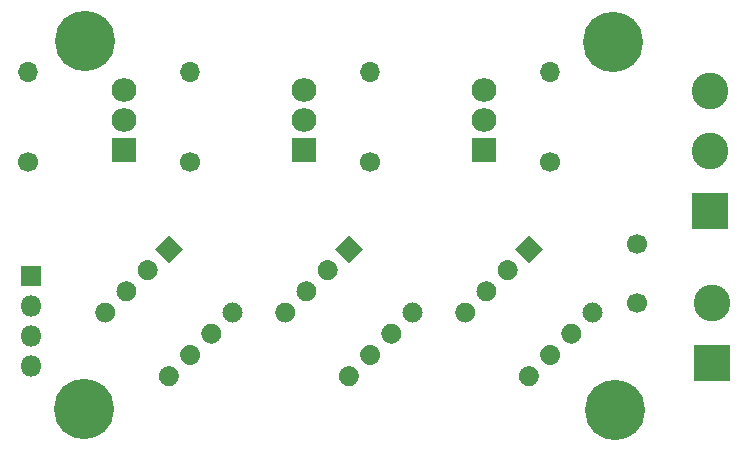
<source format=gbr>
%TF.GenerationSoftware,KiCad,Pcbnew,5.1.6-c6e7f7d~87~ubuntu18.04.1*%
%TF.CreationDate,2021-06-08T22:03:35+01:00*%
%TF.ProjectId,hp_led_driver,68705f6c-6564-45f6-9472-697665722e6b,rev?*%
%TF.SameCoordinates,Original*%
%TF.FileFunction,Soldermask,Bot*%
%TF.FilePolarity,Negative*%
%FSLAX46Y46*%
G04 Gerber Fmt 4.6, Leading zero omitted, Abs format (unit mm)*
G04 Created by KiCad (PCBNEW 5.1.6-c6e7f7d~87~ubuntu18.04.1) date 2021-06-08 22:03:35*
%MOMM*%
%LPD*%
G01*
G04 APERTURE LIST*
%ADD10C,1.700000*%
%ADD11C,0.100000*%
%ADD12O,1.700000X1.700000*%
%ADD13R,3.100000X3.100000*%
%ADD14C,3.100000*%
%ADD15R,1.800000X1.800000*%
%ADD16O,1.800000X1.800000*%
%ADD17R,2.100000X2.005000*%
%ADD18O,2.100000X2.005000*%
%ADD19C,5.100000*%
G04 APERTURE END LIST*
D10*
%TO.C,C1*%
X199390000Y-96774000D03*
X199390000Y-91774000D03*
%TD*%
%TO.C,U2*%
G36*
G01*
X179793113Y-96989113D02*
X179793113Y-96989113D01*
G75*
G02*
X180995195Y-96989113I601041J-601041D01*
G01*
X180995195Y-96989113D01*
G75*
G02*
X180995195Y-98191195I-601041J-601041D01*
G01*
X180995195Y-98191195D01*
G75*
G02*
X179793113Y-98191195I-601041J601041D01*
G01*
X179793113Y-98191195D01*
G75*
G02*
X179793113Y-96989113I601041J601041D01*
G01*
G37*
G36*
G01*
X169016805Y-96989113D02*
X169016805Y-96989113D01*
G75*
G02*
X170218887Y-96989113I601041J-601041D01*
G01*
X170218887Y-96989113D01*
G75*
G02*
X170218887Y-98191195I-601041J-601041D01*
G01*
X170218887Y-98191195D01*
G75*
G02*
X169016805Y-98191195I-601041J601041D01*
G01*
X169016805Y-98191195D01*
G75*
G02*
X169016805Y-96989113I601041J601041D01*
G01*
G37*
G36*
G01*
X177997061Y-98785164D02*
X177997061Y-98785164D01*
G75*
G02*
X179199143Y-98785164I601041J-601041D01*
G01*
X179199143Y-98785164D01*
G75*
G02*
X179199143Y-99987246I-601041J-601041D01*
G01*
X179199143Y-99987246D01*
G75*
G02*
X177997061Y-99987246I-601041J601041D01*
G01*
X177997061Y-99987246D01*
G75*
G02*
X177997061Y-98785164I601041J601041D01*
G01*
G37*
G36*
G01*
X170812857Y-95193061D02*
X170812857Y-95193061D01*
G75*
G02*
X172014939Y-95193061I601041J-601041D01*
G01*
X172014939Y-95193061D01*
G75*
G02*
X172014939Y-96395143I-601041J-601041D01*
G01*
X172014939Y-96395143D01*
G75*
G02*
X170812857Y-96395143I-601041J601041D01*
G01*
X170812857Y-96395143D01*
G75*
G02*
X170812857Y-95193061I601041J601041D01*
G01*
G37*
G36*
G01*
X176201010Y-100581215D02*
X176201010Y-100581215D01*
G75*
G02*
X177403092Y-100581215I601041J-601041D01*
G01*
X177403092Y-100581215D01*
G75*
G02*
X177403092Y-101783297I-601041J-601041D01*
G01*
X177403092Y-101783297D01*
G75*
G02*
X176201010Y-101783297I-601041J601041D01*
G01*
X176201010Y-101783297D01*
G75*
G02*
X176201010Y-100581215I601041J601041D01*
G01*
G37*
G36*
G01*
X172608908Y-93397010D02*
X172608908Y-93397010D01*
G75*
G02*
X173810990Y-93397010I601041J-601041D01*
G01*
X173810990Y-93397010D01*
G75*
G02*
X173810990Y-94599092I-601041J-601041D01*
G01*
X173810990Y-94599092D01*
G75*
G02*
X172608908Y-94599092I-601041J601041D01*
G01*
X172608908Y-94599092D01*
G75*
G02*
X172608908Y-93397010I601041J601041D01*
G01*
G37*
G36*
G01*
X174404959Y-102377266D02*
X174404959Y-102377266D01*
G75*
G02*
X175607041Y-102377266I601041J-601041D01*
G01*
X175607041Y-102377266D01*
G75*
G02*
X175607041Y-103579348I-601041J-601041D01*
G01*
X175607041Y-103579348D01*
G75*
G02*
X174404959Y-103579348I-601041J601041D01*
G01*
X174404959Y-103579348D01*
G75*
G02*
X174404959Y-102377266I601041J601041D01*
G01*
G37*
D11*
G36*
X173803918Y-92202000D02*
G01*
X175006000Y-90999918D01*
X176208082Y-92202000D01*
X175006000Y-93404082D01*
X173803918Y-92202000D01*
G37*
%TD*%
D12*
%TO.C,R3*%
X161544000Y-77216000D03*
D10*
X161544000Y-84836000D03*
%TD*%
D12*
%TO.C,R2*%
X176784000Y-77216000D03*
D10*
X176784000Y-84836000D03*
%TD*%
D12*
%TO.C,R1*%
X192024000Y-77216000D03*
D10*
X192024000Y-84836000D03*
%TD*%
D13*
%TO.C,J1*%
X205613000Y-88963500D03*
D14*
X205613000Y-83883500D03*
X205613000Y-78803500D03*
%TD*%
D15*
%TO.C,J2*%
X148082000Y-94488000D03*
D16*
X148082000Y-97028000D03*
X148082000Y-99568000D03*
X148082000Y-102108000D03*
%TD*%
D13*
%TO.C,J3*%
X205740000Y-101854000D03*
D14*
X205740000Y-96774000D03*
%TD*%
D17*
%TO.C,Q1*%
X186436000Y-83820000D03*
D18*
X186436000Y-81280000D03*
X186436000Y-78740000D03*
%TD*%
%TO.C,Q2*%
X171196000Y-78740000D03*
X171196000Y-81280000D03*
D17*
X171196000Y-83820000D03*
%TD*%
%TO.C,Q3*%
X155956000Y-83820000D03*
D18*
X155956000Y-81280000D03*
X155956000Y-78740000D03*
%TD*%
D11*
%TO.C,U1*%
G36*
X189043918Y-92202000D02*
G01*
X190246000Y-90999918D01*
X191448082Y-92202000D01*
X190246000Y-93404082D01*
X189043918Y-92202000D01*
G37*
G36*
G01*
X189644959Y-102377266D02*
X189644959Y-102377266D01*
G75*
G02*
X190847041Y-102377266I601041J-601041D01*
G01*
X190847041Y-102377266D01*
G75*
G02*
X190847041Y-103579348I-601041J-601041D01*
G01*
X190847041Y-103579348D01*
G75*
G02*
X189644959Y-103579348I-601041J601041D01*
G01*
X189644959Y-103579348D01*
G75*
G02*
X189644959Y-102377266I601041J601041D01*
G01*
G37*
G36*
G01*
X187848908Y-93397010D02*
X187848908Y-93397010D01*
G75*
G02*
X189050990Y-93397010I601041J-601041D01*
G01*
X189050990Y-93397010D01*
G75*
G02*
X189050990Y-94599092I-601041J-601041D01*
G01*
X189050990Y-94599092D01*
G75*
G02*
X187848908Y-94599092I-601041J601041D01*
G01*
X187848908Y-94599092D01*
G75*
G02*
X187848908Y-93397010I601041J601041D01*
G01*
G37*
G36*
G01*
X191441010Y-100581215D02*
X191441010Y-100581215D01*
G75*
G02*
X192643092Y-100581215I601041J-601041D01*
G01*
X192643092Y-100581215D01*
G75*
G02*
X192643092Y-101783297I-601041J-601041D01*
G01*
X192643092Y-101783297D01*
G75*
G02*
X191441010Y-101783297I-601041J601041D01*
G01*
X191441010Y-101783297D01*
G75*
G02*
X191441010Y-100581215I601041J601041D01*
G01*
G37*
G36*
G01*
X186052857Y-95193061D02*
X186052857Y-95193061D01*
G75*
G02*
X187254939Y-95193061I601041J-601041D01*
G01*
X187254939Y-95193061D01*
G75*
G02*
X187254939Y-96395143I-601041J-601041D01*
G01*
X187254939Y-96395143D01*
G75*
G02*
X186052857Y-96395143I-601041J601041D01*
G01*
X186052857Y-96395143D01*
G75*
G02*
X186052857Y-95193061I601041J601041D01*
G01*
G37*
G36*
G01*
X193237061Y-98785164D02*
X193237061Y-98785164D01*
G75*
G02*
X194439143Y-98785164I601041J-601041D01*
G01*
X194439143Y-98785164D01*
G75*
G02*
X194439143Y-99987246I-601041J-601041D01*
G01*
X194439143Y-99987246D01*
G75*
G02*
X193237061Y-99987246I-601041J601041D01*
G01*
X193237061Y-99987246D01*
G75*
G02*
X193237061Y-98785164I601041J601041D01*
G01*
G37*
G36*
G01*
X184256805Y-96989113D02*
X184256805Y-96989113D01*
G75*
G02*
X185458887Y-96989113I601041J-601041D01*
G01*
X185458887Y-96989113D01*
G75*
G02*
X185458887Y-98191195I-601041J-601041D01*
G01*
X185458887Y-98191195D01*
G75*
G02*
X184256805Y-98191195I-601041J601041D01*
G01*
X184256805Y-98191195D01*
G75*
G02*
X184256805Y-96989113I601041J601041D01*
G01*
G37*
G36*
G01*
X195033113Y-96989113D02*
X195033113Y-96989113D01*
G75*
G02*
X196235195Y-96989113I601041J-601041D01*
G01*
X196235195Y-96989113D01*
G75*
G02*
X196235195Y-98191195I-601041J-601041D01*
G01*
X196235195Y-98191195D01*
G75*
G02*
X195033113Y-98191195I-601041J601041D01*
G01*
X195033113Y-98191195D01*
G75*
G02*
X195033113Y-96989113I601041J601041D01*
G01*
G37*
%TD*%
%TO.C,U3*%
G36*
X158563918Y-92202000D02*
G01*
X159766000Y-90999918D01*
X160968082Y-92202000D01*
X159766000Y-93404082D01*
X158563918Y-92202000D01*
G37*
G36*
G01*
X159164959Y-102377266D02*
X159164959Y-102377266D01*
G75*
G02*
X160367041Y-102377266I601041J-601041D01*
G01*
X160367041Y-102377266D01*
G75*
G02*
X160367041Y-103579348I-601041J-601041D01*
G01*
X160367041Y-103579348D01*
G75*
G02*
X159164959Y-103579348I-601041J601041D01*
G01*
X159164959Y-103579348D01*
G75*
G02*
X159164959Y-102377266I601041J601041D01*
G01*
G37*
G36*
G01*
X157368908Y-93397010D02*
X157368908Y-93397010D01*
G75*
G02*
X158570990Y-93397010I601041J-601041D01*
G01*
X158570990Y-93397010D01*
G75*
G02*
X158570990Y-94599092I-601041J-601041D01*
G01*
X158570990Y-94599092D01*
G75*
G02*
X157368908Y-94599092I-601041J601041D01*
G01*
X157368908Y-94599092D01*
G75*
G02*
X157368908Y-93397010I601041J601041D01*
G01*
G37*
G36*
G01*
X160961010Y-100581215D02*
X160961010Y-100581215D01*
G75*
G02*
X162163092Y-100581215I601041J-601041D01*
G01*
X162163092Y-100581215D01*
G75*
G02*
X162163092Y-101783297I-601041J-601041D01*
G01*
X162163092Y-101783297D01*
G75*
G02*
X160961010Y-101783297I-601041J601041D01*
G01*
X160961010Y-101783297D01*
G75*
G02*
X160961010Y-100581215I601041J601041D01*
G01*
G37*
G36*
G01*
X155572857Y-95193061D02*
X155572857Y-95193061D01*
G75*
G02*
X156774939Y-95193061I601041J-601041D01*
G01*
X156774939Y-95193061D01*
G75*
G02*
X156774939Y-96395143I-601041J-601041D01*
G01*
X156774939Y-96395143D01*
G75*
G02*
X155572857Y-96395143I-601041J601041D01*
G01*
X155572857Y-96395143D01*
G75*
G02*
X155572857Y-95193061I601041J601041D01*
G01*
G37*
G36*
G01*
X162757061Y-98785164D02*
X162757061Y-98785164D01*
G75*
G02*
X163959143Y-98785164I601041J-601041D01*
G01*
X163959143Y-98785164D01*
G75*
G02*
X163959143Y-99987246I-601041J-601041D01*
G01*
X163959143Y-99987246D01*
G75*
G02*
X162757061Y-99987246I-601041J601041D01*
G01*
X162757061Y-99987246D01*
G75*
G02*
X162757061Y-98785164I601041J601041D01*
G01*
G37*
G36*
G01*
X153776805Y-96989113D02*
X153776805Y-96989113D01*
G75*
G02*
X154978887Y-96989113I601041J-601041D01*
G01*
X154978887Y-96989113D01*
G75*
G02*
X154978887Y-98191195I-601041J-601041D01*
G01*
X154978887Y-98191195D01*
G75*
G02*
X153776805Y-98191195I-601041J601041D01*
G01*
X153776805Y-98191195D01*
G75*
G02*
X153776805Y-96989113I601041J601041D01*
G01*
G37*
G36*
G01*
X164553113Y-96989113D02*
X164553113Y-96989113D01*
G75*
G02*
X165755195Y-96989113I601041J-601041D01*
G01*
X165755195Y-96989113D01*
G75*
G02*
X165755195Y-98191195I-601041J-601041D01*
G01*
X165755195Y-98191195D01*
G75*
G02*
X164553113Y-98191195I-601041J601041D01*
G01*
X164553113Y-98191195D01*
G75*
G02*
X164553113Y-96989113I601041J601041D01*
G01*
G37*
%TD*%
D10*
%TO.C,R4*%
X147828000Y-84836000D03*
D12*
X147828000Y-77216000D03*
%TD*%
D19*
%TO.C,H1*%
X152590500Y-105791000D03*
%TD*%
%TO.C,H2*%
X197358000Y-74676000D03*
%TD*%
%TO.C,H3*%
X152654000Y-74612500D03*
%TD*%
%TO.C,H4*%
X197548500Y-105854500D03*
%TD*%
M02*

</source>
